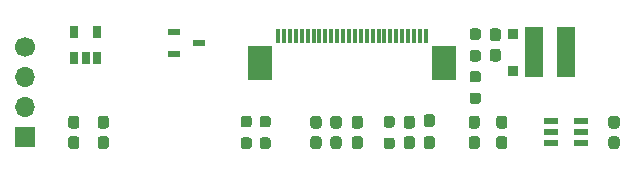
<source format=gbr>
%TF.GenerationSoftware,KiCad,Pcbnew,(5.1.9)-1*%
%TF.CreationDate,2021-03-03T23:02:33-08:00*%
%TF.ProjectId,SSD1326_I2C_breakout,53534431-3332-4365-9f49-32435f627265,0.1b*%
%TF.SameCoordinates,Original*%
%TF.FileFunction,Soldermask,Bot*%
%TF.FilePolarity,Negative*%
%FSLAX46Y46*%
G04 Gerber Fmt 4.6, Leading zero omitted, Abs format (unit mm)*
G04 Created by KiCad (PCBNEW (5.1.9)-1) date 2021-03-03 23:02:33*
%MOMM*%
%LPD*%
G01*
G04 APERTURE LIST*
%ADD10R,1.220000X0.600000*%
%ADD11R,0.950000X0.900000*%
%ADD12R,1.700000X1.700000*%
%ADD13O,1.700000X1.700000*%
%ADD14C,1.700000*%
%ADD15R,0.650000X1.060000*%
%ADD16R,1.090000X0.610000*%
%ADD17R,0.300000X1.250000*%
%ADD18R,2.000000X3.000000*%
%ADD19R,1.500000X4.200000*%
G04 APERTURE END LIST*
D10*
%TO.C,U5*%
X117145000Y-38400000D03*
X117145000Y-37450000D03*
X117145000Y-36500000D03*
X114655000Y-36500000D03*
X114655000Y-37450000D03*
X114655000Y-38400000D03*
%TD*%
%TO.C,R5*%
G36*
G01*
X107962500Y-34112500D02*
X108437500Y-34112500D01*
G75*
G02*
X108675000Y-34350000I0J-237500D01*
G01*
X108675000Y-34850000D01*
G75*
G02*
X108437500Y-35087500I-237500J0D01*
G01*
X107962500Y-35087500D01*
G75*
G02*
X107725000Y-34850000I0J237500D01*
G01*
X107725000Y-34350000D01*
G75*
G02*
X107962500Y-34112500I237500J0D01*
G01*
G37*
G36*
G01*
X107962500Y-32287500D02*
X108437500Y-32287500D01*
G75*
G02*
X108675000Y-32525000I0J-237500D01*
G01*
X108675000Y-33025000D01*
G75*
G02*
X108437500Y-33262500I-237500J0D01*
G01*
X107962500Y-33262500D01*
G75*
G02*
X107725000Y-33025000I0J237500D01*
G01*
X107725000Y-32525000D01*
G75*
G02*
X107962500Y-32287500I237500J0D01*
G01*
G37*
%TD*%
%TO.C,R4*%
G36*
G01*
X107962500Y-30512500D02*
X108437500Y-30512500D01*
G75*
G02*
X108675000Y-30750000I0J-237500D01*
G01*
X108675000Y-31250000D01*
G75*
G02*
X108437500Y-31487500I-237500J0D01*
G01*
X107962500Y-31487500D01*
G75*
G02*
X107725000Y-31250000I0J237500D01*
G01*
X107725000Y-30750000D01*
G75*
G02*
X107962500Y-30512500I237500J0D01*
G01*
G37*
G36*
G01*
X107962500Y-28687500D02*
X108437500Y-28687500D01*
G75*
G02*
X108675000Y-28925000I0J-237500D01*
G01*
X108675000Y-29425000D01*
G75*
G02*
X108437500Y-29662500I-237500J0D01*
G01*
X107962500Y-29662500D01*
G75*
G02*
X107725000Y-29425000I0J237500D01*
G01*
X107725000Y-28925000D01*
G75*
G02*
X107962500Y-28687500I237500J0D01*
G01*
G37*
%TD*%
D11*
%TO.C,D1*%
X111400000Y-32300000D03*
X111400000Y-29150000D03*
%TD*%
D12*
%TO.C,J1*%
X70110000Y-37900000D03*
D13*
X70110000Y-35360000D03*
X70110000Y-32820000D03*
D14*
X70110000Y-30280000D03*
%TD*%
%TO.C,C13*%
G36*
G01*
X76472500Y-37815000D02*
X76947500Y-37815000D01*
G75*
G02*
X77185000Y-38052500I0J-237500D01*
G01*
X77185000Y-38652500D01*
G75*
G02*
X76947500Y-38890000I-237500J0D01*
G01*
X76472500Y-38890000D01*
G75*
G02*
X76235000Y-38652500I0J237500D01*
G01*
X76235000Y-38052500D01*
G75*
G02*
X76472500Y-37815000I237500J0D01*
G01*
G37*
G36*
G01*
X76472500Y-36090000D02*
X76947500Y-36090000D01*
G75*
G02*
X77185000Y-36327500I0J-237500D01*
G01*
X77185000Y-36927500D01*
G75*
G02*
X76947500Y-37165000I-237500J0D01*
G01*
X76472500Y-37165000D01*
G75*
G02*
X76235000Y-36927500I0J237500D01*
G01*
X76235000Y-36327500D01*
G75*
G02*
X76472500Y-36090000I237500J0D01*
G01*
G37*
%TD*%
D15*
%TO.C,U4*%
X76160000Y-28990000D03*
X74260000Y-28990000D03*
X74260000Y-31190000D03*
X75210000Y-31190000D03*
X76160000Y-31190000D03*
%TD*%
D16*
%TO.C,U3*%
X82710000Y-28990000D03*
X84850000Y-29905000D03*
X82710000Y-30820000D03*
%TD*%
D17*
%TO.C,U2*%
X103510000Y-29290000D03*
X104010000Y-29290000D03*
X102510000Y-29290000D03*
X103010000Y-29290000D03*
X101510000Y-29290000D03*
X102010000Y-29290000D03*
X100510000Y-29290000D03*
X101010000Y-29290000D03*
X99510000Y-29290000D03*
X100010000Y-29290000D03*
X98510000Y-29290000D03*
X99010000Y-29290000D03*
X97510000Y-29290000D03*
X98010000Y-29290000D03*
X96510000Y-29290000D03*
X97010000Y-29290000D03*
X95510000Y-29290000D03*
X96010000Y-29290000D03*
X94510000Y-29290000D03*
X95010000Y-29290000D03*
X93510000Y-29290000D03*
X94010000Y-29290000D03*
X92510000Y-29290000D03*
X93010000Y-29290000D03*
X91510000Y-29290000D03*
X92010000Y-29290000D03*
D18*
X89970000Y-31615000D03*
X105550000Y-31615000D03*
%TD*%
%TO.C,R3*%
G36*
G01*
X100672500Y-37927500D02*
X101147500Y-37927500D01*
G75*
G02*
X101385000Y-38165000I0J-237500D01*
G01*
X101385000Y-38665000D01*
G75*
G02*
X101147500Y-38902500I-237500J0D01*
G01*
X100672500Y-38902500D01*
G75*
G02*
X100435000Y-38665000I0J237500D01*
G01*
X100435000Y-38165000D01*
G75*
G02*
X100672500Y-37927500I237500J0D01*
G01*
G37*
G36*
G01*
X100672500Y-36102500D02*
X101147500Y-36102500D01*
G75*
G02*
X101385000Y-36340000I0J-237500D01*
G01*
X101385000Y-36840000D01*
G75*
G02*
X101147500Y-37077500I-237500J0D01*
G01*
X100672500Y-37077500D01*
G75*
G02*
X100435000Y-36840000I0J237500D01*
G01*
X100435000Y-36340000D01*
G75*
G02*
X100672500Y-36102500I237500J0D01*
G01*
G37*
%TD*%
%TO.C,R2*%
G36*
G01*
X88572500Y-37915000D02*
X89047500Y-37915000D01*
G75*
G02*
X89285000Y-38152500I0J-237500D01*
G01*
X89285000Y-38652500D01*
G75*
G02*
X89047500Y-38890000I-237500J0D01*
G01*
X88572500Y-38890000D01*
G75*
G02*
X88335000Y-38652500I0J237500D01*
G01*
X88335000Y-38152500D01*
G75*
G02*
X88572500Y-37915000I237500J0D01*
G01*
G37*
G36*
G01*
X88572500Y-36090000D02*
X89047500Y-36090000D01*
G75*
G02*
X89285000Y-36327500I0J-237500D01*
G01*
X89285000Y-36827500D01*
G75*
G02*
X89047500Y-37065000I-237500J0D01*
G01*
X88572500Y-37065000D01*
G75*
G02*
X88335000Y-36827500I0J237500D01*
G01*
X88335000Y-36327500D01*
G75*
G02*
X88572500Y-36090000I237500J0D01*
G01*
G37*
%TD*%
%TO.C,R1*%
G36*
G01*
X90172500Y-37915000D02*
X90647500Y-37915000D01*
G75*
G02*
X90885000Y-38152500I0J-237500D01*
G01*
X90885000Y-38652500D01*
G75*
G02*
X90647500Y-38890000I-237500J0D01*
G01*
X90172500Y-38890000D01*
G75*
G02*
X89935000Y-38652500I0J237500D01*
G01*
X89935000Y-38152500D01*
G75*
G02*
X90172500Y-37915000I237500J0D01*
G01*
G37*
G36*
G01*
X90172500Y-36090000D02*
X90647500Y-36090000D01*
G75*
G02*
X90885000Y-36327500I0J-237500D01*
G01*
X90885000Y-36827500D01*
G75*
G02*
X90647500Y-37065000I-237500J0D01*
G01*
X90172500Y-37065000D01*
G75*
G02*
X89935000Y-36827500I0J237500D01*
G01*
X89935000Y-36327500D01*
G75*
G02*
X90172500Y-36090000I237500J0D01*
G01*
G37*
%TD*%
D19*
%TO.C,L1*%
X115900000Y-30650000D03*
X113200000Y-30650000D03*
%TD*%
%TO.C,C12*%
G36*
G01*
X73972500Y-37815000D02*
X74447500Y-37815000D01*
G75*
G02*
X74685000Y-38052500I0J-237500D01*
G01*
X74685000Y-38652500D01*
G75*
G02*
X74447500Y-38890000I-237500J0D01*
G01*
X73972500Y-38890000D01*
G75*
G02*
X73735000Y-38652500I0J237500D01*
G01*
X73735000Y-38052500D01*
G75*
G02*
X73972500Y-37815000I237500J0D01*
G01*
G37*
G36*
G01*
X73972500Y-36090000D02*
X74447500Y-36090000D01*
G75*
G02*
X74685000Y-36327500I0J-237500D01*
G01*
X74685000Y-36927500D01*
G75*
G02*
X74447500Y-37165000I-237500J0D01*
G01*
X73972500Y-37165000D01*
G75*
G02*
X73735000Y-36927500I0J237500D01*
G01*
X73735000Y-36327500D01*
G75*
G02*
X73972500Y-36090000I237500J0D01*
G01*
G37*
%TD*%
%TO.C,C11*%
G36*
G01*
X96172500Y-37815000D02*
X96647500Y-37815000D01*
G75*
G02*
X96885000Y-38052500I0J-237500D01*
G01*
X96885000Y-38652500D01*
G75*
G02*
X96647500Y-38890000I-237500J0D01*
G01*
X96172500Y-38890000D01*
G75*
G02*
X95935000Y-38652500I0J237500D01*
G01*
X95935000Y-38052500D01*
G75*
G02*
X96172500Y-37815000I237500J0D01*
G01*
G37*
G36*
G01*
X96172500Y-36090000D02*
X96647500Y-36090000D01*
G75*
G02*
X96885000Y-36327500I0J-237500D01*
G01*
X96885000Y-36927500D01*
G75*
G02*
X96647500Y-37165000I-237500J0D01*
G01*
X96172500Y-37165000D01*
G75*
G02*
X95935000Y-36927500I0J237500D01*
G01*
X95935000Y-36327500D01*
G75*
G02*
X96172500Y-36090000I237500J0D01*
G01*
G37*
%TD*%
%TO.C,C10*%
G36*
G01*
X97972500Y-37815000D02*
X98447500Y-37815000D01*
G75*
G02*
X98685000Y-38052500I0J-237500D01*
G01*
X98685000Y-38652500D01*
G75*
G02*
X98447500Y-38890000I-237500J0D01*
G01*
X97972500Y-38890000D01*
G75*
G02*
X97735000Y-38652500I0J237500D01*
G01*
X97735000Y-38052500D01*
G75*
G02*
X97972500Y-37815000I237500J0D01*
G01*
G37*
G36*
G01*
X97972500Y-36090000D02*
X98447500Y-36090000D01*
G75*
G02*
X98685000Y-36327500I0J-237500D01*
G01*
X98685000Y-36927500D01*
G75*
G02*
X98447500Y-37165000I-237500J0D01*
G01*
X97972500Y-37165000D01*
G75*
G02*
X97735000Y-36927500I0J237500D01*
G01*
X97735000Y-36327500D01*
G75*
G02*
X97972500Y-36090000I237500J0D01*
G01*
G37*
%TD*%
%TO.C,C9*%
G36*
G01*
X94472500Y-37815000D02*
X94947500Y-37815000D01*
G75*
G02*
X95185000Y-38052500I0J-237500D01*
G01*
X95185000Y-38652500D01*
G75*
G02*
X94947500Y-38890000I-237500J0D01*
G01*
X94472500Y-38890000D01*
G75*
G02*
X94235000Y-38652500I0J237500D01*
G01*
X94235000Y-38052500D01*
G75*
G02*
X94472500Y-37815000I237500J0D01*
G01*
G37*
G36*
G01*
X94472500Y-36090000D02*
X94947500Y-36090000D01*
G75*
G02*
X95185000Y-36327500I0J-237500D01*
G01*
X95185000Y-36927500D01*
G75*
G02*
X94947500Y-37165000I-237500J0D01*
G01*
X94472500Y-37165000D01*
G75*
G02*
X94235000Y-36927500I0J237500D01*
G01*
X94235000Y-36327500D01*
G75*
G02*
X94472500Y-36090000I237500J0D01*
G01*
G37*
%TD*%
%TO.C,C8*%
G36*
G01*
X102372500Y-37815000D02*
X102847500Y-37815000D01*
G75*
G02*
X103085000Y-38052500I0J-237500D01*
G01*
X103085000Y-38652500D01*
G75*
G02*
X102847500Y-38890000I-237500J0D01*
G01*
X102372500Y-38890000D01*
G75*
G02*
X102135000Y-38652500I0J237500D01*
G01*
X102135000Y-38052500D01*
G75*
G02*
X102372500Y-37815000I237500J0D01*
G01*
G37*
G36*
G01*
X102372500Y-36090000D02*
X102847500Y-36090000D01*
G75*
G02*
X103085000Y-36327500I0J-237500D01*
G01*
X103085000Y-36927500D01*
G75*
G02*
X102847500Y-37165000I-237500J0D01*
G01*
X102372500Y-37165000D01*
G75*
G02*
X102135000Y-36927500I0J237500D01*
G01*
X102135000Y-36327500D01*
G75*
G02*
X102372500Y-36090000I237500J0D01*
G01*
G37*
%TD*%
%TO.C,C7*%
G36*
G01*
X104072500Y-37815000D02*
X104547500Y-37815000D01*
G75*
G02*
X104785000Y-38052500I0J-237500D01*
G01*
X104785000Y-38652500D01*
G75*
G02*
X104547500Y-38890000I-237500J0D01*
G01*
X104072500Y-38890000D01*
G75*
G02*
X103835000Y-38652500I0J237500D01*
G01*
X103835000Y-38052500D01*
G75*
G02*
X104072500Y-37815000I237500J0D01*
G01*
G37*
G36*
G01*
X104072500Y-35952500D02*
X104547500Y-35952500D01*
G75*
G02*
X104785000Y-36190000I0J-237500D01*
G01*
X104785000Y-36790000D01*
G75*
G02*
X104547500Y-37027500I-237500J0D01*
G01*
X104072500Y-37027500D01*
G75*
G02*
X103835000Y-36790000I0J237500D01*
G01*
X103835000Y-36190000D01*
G75*
G02*
X104072500Y-35952500I237500J0D01*
G01*
G37*
%TD*%
%TO.C,C5*%
G36*
G01*
X110212500Y-37815000D02*
X110687500Y-37815000D01*
G75*
G02*
X110925000Y-38052500I0J-237500D01*
G01*
X110925000Y-38652500D01*
G75*
G02*
X110687500Y-38890000I-237500J0D01*
G01*
X110212500Y-38890000D01*
G75*
G02*
X109975000Y-38652500I0J237500D01*
G01*
X109975000Y-38052500D01*
G75*
G02*
X110212500Y-37815000I237500J0D01*
G01*
G37*
G36*
G01*
X110212500Y-36090000D02*
X110687500Y-36090000D01*
G75*
G02*
X110925000Y-36327500I0J-237500D01*
G01*
X110925000Y-36927500D01*
G75*
G02*
X110687500Y-37165000I-237500J0D01*
G01*
X110212500Y-37165000D01*
G75*
G02*
X109975000Y-36927500I0J237500D01*
G01*
X109975000Y-36327500D01*
G75*
G02*
X110212500Y-36090000I237500J0D01*
G01*
G37*
%TD*%
%TO.C,C3*%
G36*
G01*
X107872500Y-37815000D02*
X108347500Y-37815000D01*
G75*
G02*
X108585000Y-38052500I0J-237500D01*
G01*
X108585000Y-38652500D01*
G75*
G02*
X108347500Y-38890000I-237500J0D01*
G01*
X107872500Y-38890000D01*
G75*
G02*
X107635000Y-38652500I0J237500D01*
G01*
X107635000Y-38052500D01*
G75*
G02*
X107872500Y-37815000I237500J0D01*
G01*
G37*
G36*
G01*
X107872500Y-36090000D02*
X108347500Y-36090000D01*
G75*
G02*
X108585000Y-36327500I0J-237500D01*
G01*
X108585000Y-36927500D01*
G75*
G02*
X108347500Y-37165000I-237500J0D01*
G01*
X107872500Y-37165000D01*
G75*
G02*
X107635000Y-36927500I0J237500D01*
G01*
X107635000Y-36327500D01*
G75*
G02*
X107872500Y-36090000I237500J0D01*
G01*
G37*
%TD*%
%TO.C,C2*%
G36*
G01*
X109662500Y-30412500D02*
X110137500Y-30412500D01*
G75*
G02*
X110375000Y-30650000I0J-237500D01*
G01*
X110375000Y-31250000D01*
G75*
G02*
X110137500Y-31487500I-237500J0D01*
G01*
X109662500Y-31487500D01*
G75*
G02*
X109425000Y-31250000I0J237500D01*
G01*
X109425000Y-30650000D01*
G75*
G02*
X109662500Y-30412500I237500J0D01*
G01*
G37*
G36*
G01*
X109662500Y-28687500D02*
X110137500Y-28687500D01*
G75*
G02*
X110375000Y-28925000I0J-237500D01*
G01*
X110375000Y-29525000D01*
G75*
G02*
X110137500Y-29762500I-237500J0D01*
G01*
X109662500Y-29762500D01*
G75*
G02*
X109425000Y-29525000I0J237500D01*
G01*
X109425000Y-28925000D01*
G75*
G02*
X109662500Y-28687500I237500J0D01*
G01*
G37*
%TD*%
%TO.C,C1*%
G36*
G01*
X119712500Y-37815000D02*
X120187500Y-37815000D01*
G75*
G02*
X120425000Y-38052500I0J-237500D01*
G01*
X120425000Y-38652500D01*
G75*
G02*
X120187500Y-38890000I-237500J0D01*
G01*
X119712500Y-38890000D01*
G75*
G02*
X119475000Y-38652500I0J237500D01*
G01*
X119475000Y-38052500D01*
G75*
G02*
X119712500Y-37815000I237500J0D01*
G01*
G37*
G36*
G01*
X119712500Y-36090000D02*
X120187500Y-36090000D01*
G75*
G02*
X120425000Y-36327500I0J-237500D01*
G01*
X120425000Y-36927500D01*
G75*
G02*
X120187500Y-37165000I-237500J0D01*
G01*
X119712500Y-37165000D01*
G75*
G02*
X119475000Y-36927500I0J237500D01*
G01*
X119475000Y-36327500D01*
G75*
G02*
X119712500Y-36090000I237500J0D01*
G01*
G37*
%TD*%
M02*

</source>
